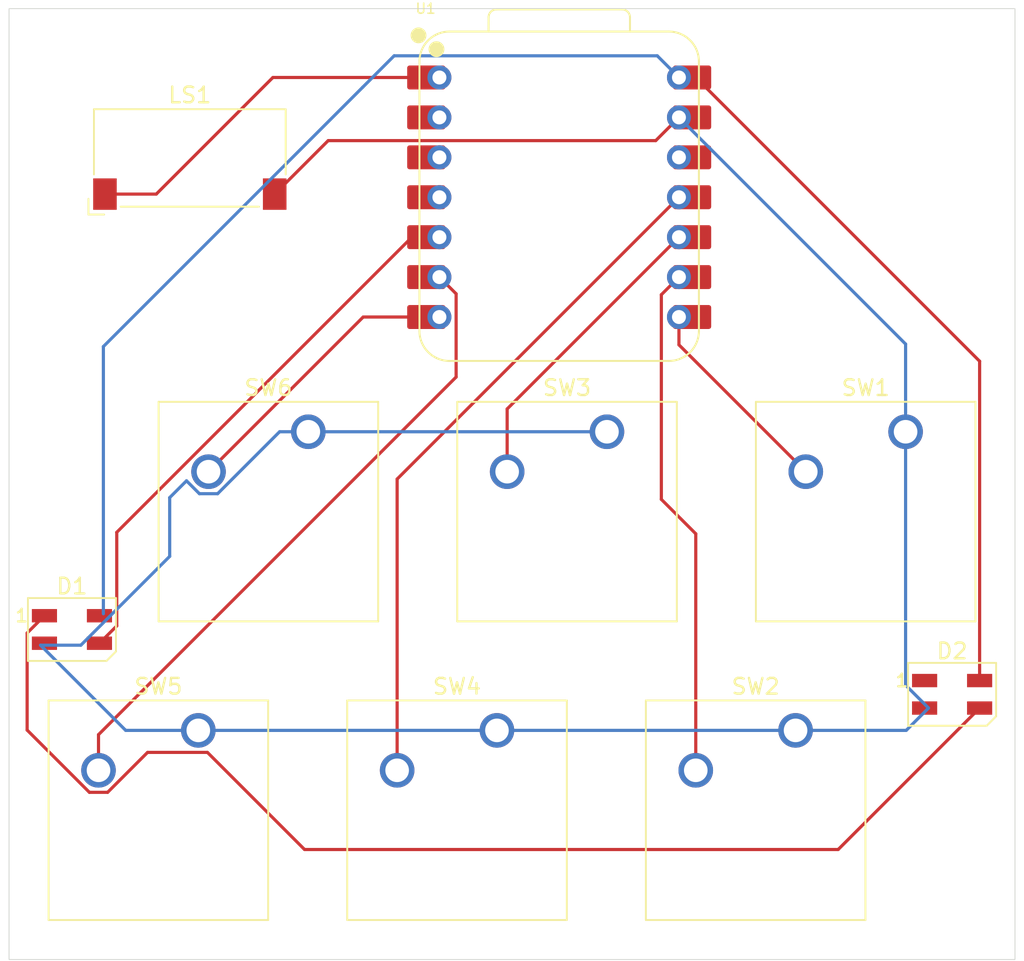
<source format=kicad_pcb>
(kicad_pcb (version 20241229) (generator "pcbnew") (generator_version "9.0")
  (layers (0 "F.Cu" signal) (2 "B.Cu" signal) (13 "F.Paste" user) (15 "B.Paste" user) (5 "F.SilkS" user "F.Silkscreen") (7 "B.SilkS" user "B.Silkscreen") (1 "F.Mask" user) (3 "B.Mask" user) (25 "Edge.Cuts" user))
  (net 0 "")
  (net 1 "+5V")
  (net 2 "LED")
  (net 3 "Net-(D1-DOUT)")
  (net 4 "GND")
  (net 6 "SW1")
  (net 7 "SW2")
  (net 8 "SW3")
  (net 9 "SW4")
  (net 10 "SW5")
  (net 11 "SW6")
  (net 15 "Net-(U1-GPIO26{slash}ADC0{slash}A0)")
  (footprint "Button_Switch_Keyboard:SW_Cherry_MX_1.00u_PCB" (layer "F.Cu") (at 143.04 70.92)
    (property "Reference" "SW3" (at -2.54 -2.794 0) (layer "F.SilkS"))
    (property "Value" "SW_Push")
    (fp_line (start -9.525 -1.905) (end 4.445 -1.905) (stroke (width 0.12)) (layer "F.SilkS"))
    (fp_line (start -9.525 12.065) (end -9.525 -1.905) (stroke (width 0.12)) (layer "F.SilkS"))
    (fp_line (start 4.445 -1.905) (end 4.445 12.065) (stroke (width 0.12)) (layer "F.SilkS"))
    (fp_line (start 4.445 12.065) (end -9.525 12.065) (stroke (width 0.12)) (layer "F.SilkS"))
    (pad "" np_thru_hole circle (at -7.62 5.08) (size 1.7 1.7) (drill 1.7) (layers "*.Cu" "*.Mask"))
    (pad "" np_thru_hole circle (at -2.54 5.08) (size 4 4) (drill 4) (layers "*.Cu" "*.Mask"))
    (pad "" np_thru_hole circle (at 2.54 5.08) (size 1.7 1.7) (drill 1.7) (layers "*.Cu" "*.Mask"))
    (pad "1" thru_hole circle (at 0 0) (size 2.2 2.2) (drill 1.5) (layers "*.Cu" "*.Mask") (net 4 "GND"))
    (pad "2" thru_hole circle (at -6.35 2.54) (size 2.2 2.2) (drill 1.5) (layers "*.Cu" "*.Mask") (net 8 "SW3"))
  )
  (footprint "Button_Switch_Keyboard:SW_Cherry_MX_1.00u_PCB" (layer "F.Cu") (at 136.04 89.92)
    (property "Reference" "SW4" (at -2.54 -2.794 0) (layer "F.SilkS"))
    (property "Value" "SW_Push")
    (fp_line (start -9.525 -1.905) (end 4.445 -1.905) (stroke (width 0.12)) (layer "F.SilkS"))
    (fp_line (start -9.525 12.065) (end -9.525 -1.905) (stroke (width 0.12)) (layer "F.SilkS"))
    (fp_line (start 4.445 -1.905) (end 4.445 12.065) (stroke (width 0.12)) (layer "F.SilkS"))
    (fp_line (start 4.445 12.065) (end -9.525 12.065) (stroke (width 0.12)) (layer "F.SilkS"))
    (pad "" np_thru_hole circle (at -7.62 5.08) (size 1.7 1.7) (drill 1.7) (layers "*.Cu" "*.Mask"))
    (pad "" np_thru_hole circle (at -2.54 5.08) (size 4 4) (drill 4) (layers "*.Cu" "*.Mask"))
    (pad "" np_thru_hole circle (at 2.54 5.08) (size 1.7 1.7) (drill 1.7) (layers "*.Cu" "*.Mask"))
    (pad "1" thru_hole circle (at 0 0) (size 2.2 2.2) (drill 1.5) (layers "*.Cu" "*.Mask") (net 4 "GND"))
    (pad "2" thru_hole circle (at -6.35 2.54) (size 2.2 2.2) (drill 1.5) (layers "*.Cu" "*.Mask") (net 9 "SW4"))
  )
  (footprint "Button_Switch_Keyboard:SW_Cherry_MX_1.00u_PCB" (layer "F.Cu") (at 124.04 70.92)
    (property "Reference" "SW6" (at -2.54 -2.794 0) (layer "F.SilkS"))
    (property "Value" "SW_Push")
    (fp_line (start -9.525 -1.905) (end 4.445 -1.905) (stroke (width 0.12)) (layer "F.SilkS"))
    (fp_line (start -9.525 12.065) (end -9.525 -1.905) (stroke (width 0.12)) (layer "F.SilkS"))
    (fp_line (start 4.445 -1.905) (end 4.445 12.065) (stroke (width 0.12)) (layer "F.SilkS"))
    (fp_line (start 4.445 12.065) (end -9.525 12.065) (stroke (width 0.12)) (layer "F.SilkS"))
    (pad "" np_thru_hole circle (at -7.62 5.08) (size 1.7 1.7) (drill 1.7) (layers "*.Cu" "*.Mask"))
    (pad "" np_thru_hole circle (at -2.54 5.08) (size 4 4) (drill 4) (layers "*.Cu" "*.Mask"))
    (pad "" np_thru_hole circle (at 2.54 5.08) (size 1.7 1.7) (drill 1.7) (layers "*.Cu" "*.Mask"))
    (pad "1" thru_hole circle (at 0 0) (size 2.2 2.2) (drill 1.5) (layers "*.Cu" "*.Mask") (net 4 "GND"))
    (pad "2" thru_hole circle (at -6.35 2.54) (size 2.2 2.2) (drill 1.5) (layers "*.Cu" "*.Mask") (net 11 "SW6"))
  )
  (footprint "Button_Switch_Keyboard:SW_Cherry_MX_1.00u_PCB" (layer "F.Cu") (at 117.04 89.92)
    (property "Reference" "SW5" (at -2.54 -2.794 0) (layer "F.SilkS"))
    (property "Value" "SW_Push")
    (fp_line (start -9.525 -1.905) (end 4.445 -1.905) (stroke (width 0.12)) (layer "F.SilkS"))
    (fp_line (start -9.525 12.065) (end -9.525 -1.905) (stroke (width 0.12)) (layer "F.SilkS"))
    (fp_line (start 4.445 -1.905) (end 4.445 12.065) (stroke (width 0.12)) (layer "F.SilkS"))
    (fp_line (start 4.445 12.065) (end -9.525 12.065) (stroke (width 0.12)) (layer "F.SilkS"))
    (pad "" np_thru_hole circle (at -7.62 5.08) (size 1.7 1.7) (drill 1.7) (layers "*.Cu" "*.Mask"))
    (pad "" np_thru_hole circle (at -2.54 5.08) (size 4 4) (drill 4) (layers "*.Cu" "*.Mask"))
    (pad "" np_thru_hole circle (at 2.54 5.08) (size 1.7 1.7) (drill 1.7) (layers "*.Cu" "*.Mask"))
    (pad "1" thru_hole circle (at 0 0) (size 2.2 2.2) (drill 1.5) (layers "*.Cu" "*.Mask") (net 4 "GND"))
    (pad "2" thru_hole circle (at -6.35 2.54) (size 2.2 2.2) (drill 1.5) (layers "*.Cu" "*.Mask") (net 10 "SW5"))
  )
  (footprint "Seeed Studio XIAO Series Library:XIAO-RP2040-DIP" (layer "F.Cu") (at 140 56)
    (property "Reference" "U1" (at -8.5 -12 0) (layer "F.SilkS") (effects (font (size 0.635 0.635) (thickness 0.1016))))
    (property "Value" "XIAO-RP2040-DIP")
    (fp_line (start -8.89 8.509) (end -8.89 -8.636) (stroke (width 0.127)) (layer "F.SilkS"))
    (fp_line (start -6.985 10.414) (end 6.985 10.414) (stroke (width 0.127)) (layer "F.SilkS"))
    (fp_line (start -4.495 -10.541) (end -4.491272 -11.451272) (stroke (width 0.127)) (layer "F.SilkS"))
    (fp_line (start -3.991272 -11.951) (end 4.004 -11.951) (stroke (width 0.127)) (layer "F.SilkS"))
    (fp_line (start 4.504 -11.451) (end 4.504 -10.541) (stroke (width 0.127)) (layer "F.SilkS"))
    (fp_line (start 6.985 -10.541) (end -6.985 -10.541) (stroke (width 0.1)) (layer "F.SilkS"))
    (fp_line (start 6.985 -10.541) (end -6.985 -10.541) (stroke (width 0.127)) (layer "F.SilkS"))
    (fp_line (start 8.89 8.509) (end 8.89 -8.636) (stroke (width 0.127)) (layer "F.SilkS"))
    (fp_arc (start -8.89 -8.636) (mid -8.332038 -9.983038) (end -6.985 -10.541) (stroke (width 0.127)) (layer "F.SilkS"))
    (fp_arc (start -6.985 10.414) (mid -8.332038 9.856038) (end -8.89 8.509) (stroke (width 0.127)) (layer "F.SilkS"))
    (fp_arc (start -4.491272 -11.451272) (mid -4.344728 -11.80464) (end -3.991272 -11.951) (stroke (width 0.127)) (layer "F.SilkS"))
    (fp_arc (start 4.004 -11.951) (mid 4.357553 -11.804553) (end 4.504 -11.451) (stroke (width 0.127)) (layer "F.SilkS"))
    (fp_arc (start 6.985 -10.541) (mid 8.332038 -9.983038) (end 8.89 -8.636) (stroke (width 0.127)) (layer "F.SilkS"))
    (fp_arc (start 8.89 8.509) (mid 8.332038 9.856038) (end 6.985 10.414) (stroke (width 0.127)) (layer "F.SilkS"))
    (fp_circle (center -8.95 -10.3) (end -8.95 -10.554) (stroke (width 0.5)) (fill yes) (layer "F.SilkS"))
    (fp_circle (center -7.807 -9.42) (end -7.807 -9.674) (stroke (width 0.5)) (fill yes) (layer "F.SilkS"))
    (pad "1" smd roundrect (at -8.455 -7.62 180) (size 2.432 1.524) (layers "F.Cu" "F.Mask") (roundrect_rratio 0.1) (net 15 "Net-(U1-GPIO26{slash}ADC0{slash}A0)"))
    (pad "1" thru_hole circle (at -7.62 -7.62 180) (size 1.524 1.524) (drill 0.889) (layers "*.Cu" "*.Mask") (net 15 "Net-(U1-GPIO26{slash}ADC0{slash}A0)"))
    (pad "2" smd roundrect (at -8.455 -5.08 180) (size 2.432 1.524) (layers "F.Cu" "F.Mask") (roundrect_rratio 0.1))
    (pad "2" thru_hole circle (at -7.62 -5.08 180) (size 1.524 1.524) (drill 0.889) (layers "*.Cu" "*.Mask"))
    (pad "3" smd roundrect (at -8.455 -2.54 180) (size 2.432 1.524) (layers "F.Cu" "F.Mask") (roundrect_rratio 0.1))
    (pad "3" thru_hole circle (at -7.62 -2.54 180) (size 1.524 1.524) (drill 0.889) (layers "*.Cu" "*.Mask"))
    (pad "4" smd roundrect (at -8.455 0 180) (size 2.432 1.524) (layers "F.Cu" "F.Mask") (roundrect_rratio 0.1))
    (pad "4" thru_hole circle (at -7.62 0 180) (size 1.524 1.524) (drill 0.889) (layers "*.Cu" "*.Mask"))
    (pad "5" smd roundrect (at -8.455 2.54 180) (size 2.432 1.524) (layers "F.Cu" "F.Mask") (roundrect_rratio 0.1) (net 2 "LED"))
    (pad "5" thru_hole circle (at -7.62 2.54 180) (size 1.524 1.524) (drill 0.889) (layers "*.Cu" "*.Mask") (net 2 "LED"))
    (pad "6" smd roundrect (at -8.455 5.08 180) (size 2.432 1.524) (layers "F.Cu" "F.Mask") (roundrect_rratio 0.1) (net 10 "SW5"))
    (pad "6" thru_hole circle (at -7.62 5.08 180) (size 1.524 1.524) (drill 0.889) (layers "*.Cu" "*.Mask") (net 10 "SW5"))
    (pad "7" smd roundrect (at -8.455 7.62 180) (size 2.432 1.524) (layers "F.Cu" "F.Mask") (roundrect_rratio 0.1) (net 11 "SW6"))
    (pad "7" thru_hole circle (at -7.62 7.62 180) (size 1.524 1.524) (drill 0.889) (layers "*.Cu" "*.Mask") (net 11 "SW6"))
    (pad "8" thru_hole circle (at 7.62 7.62) (size 1.524 1.524) (drill 0.889) (layers "*.Cu" "*.Mask") (net 6 "SW1"))
    (pad "8" smd roundrect (at 8.455 7.62) (size 2.432 1.524) (layers "F.Cu" "F.Mask") (roundrect_rratio 0.1) (net 6 "SW1"))
    (pad "9" thru_hole circle (at 7.62 5.08) (size 1.524 1.524) (drill 0.889) (layers "*.Cu" "*.Mask") (net 7 "SW2"))
    (pad "9" smd roundrect (at 8.455 5.08) (size 2.432 1.524) (layers "F.Cu" "F.Mask") (roundrect_rratio 0.1) (net 7 "SW2"))
    (pad "10" thru_hole circle (at 7.62 2.54) (size 1.524 1.524) (drill 0.889) (layers "*.Cu" "*.Mask") (net 8 "SW3"))
    (pad "10" smd roundrect (at 8.455 2.54) (size 2.432 1.524) (layers "F.Cu" "F.Mask") (roundrect_rratio 0.1) (net 8 "SW3"))
    (pad "11" thru_hole circle (at 7.62 0) (size 1.524 1.524) (drill 0.889) (layers "*.Cu" "*.Mask") (net 9 "SW4"))
    (pad "11" smd roundrect (at 8.455 0) (size 2.432 1.524) (layers "F.Cu" "F.Mask") (roundrect_rratio 0.1) (net 9 "SW4"))
    (pad "12" thru_hole circle (at 7.62 -2.54) (size 1.524 1.524) (drill 0.889) (layers "*.Cu" "*.Mask"))
    (pad "12" smd roundrect (at 8.455 -2.54) (size 2.432 1.524) (layers "F.Cu" "F.Mask") (roundrect_rratio 0.1))
    (pad "13" thru_hole circle (at 7.62 -5.08) (size 1.524 1.524) (drill 0.889) (layers "*.Cu" "*.Mask") (net 4 "GND"))
    (pad "13" smd roundrect (at 8.455 -5.08) (size 2.432 1.524) (layers "F.Cu" "F.Mask") (roundrect_rratio 0.1) (net 4 "GND"))
    (pad "14" thru_hole circle (at 7.62 -7.62) (size 1.524 1.524) (drill 0.889) (layers "*.Cu" "*.Mask") (net 1 "+5V"))
    (pad "14" smd roundrect (at 8.455 -7.62) (size 2.432 1.524) (layers "F.Cu" "F.Mask") (roundrect_rratio 0.1) (net 1 "+5V"))
  )
  (footprint "Button_Switch_Keyboard:SW_Cherry_MX_1.00u_PCB" (layer "F.Cu") (at 162.04 70.92)
    (property "Reference" "SW1" (at -2.54 -2.794 0) (layer "F.SilkS"))
    (property "Value" "SW_Push")
    (fp_line (start -9.525 -1.905) (end 4.445 -1.905) (stroke (width 0.12)) (layer "F.SilkS"))
    (fp_line (start -9.525 12.065) (end -9.525 -1.905) (stroke (width 0.12)) (layer "F.SilkS"))
    (fp_line (start 4.445 -1.905) (end 4.445 12.065) (stroke (width 0.12)) (layer "F.SilkS"))
    (fp_line (start 4.445 12.065) (end -9.525 12.065) (stroke (width 0.12)) (layer "F.SilkS"))
    (pad "" np_thru_hole circle (at -7.62 5.08) (size 1.7 1.7) (drill 1.7) (layers "*.Cu" "*.Mask"))
    (pad "" np_thru_hole circle (at -2.54 5.08) (size 4 4) (drill 4) (layers "*.Cu" "*.Mask"))
    (pad "" np_thru_hole circle (at 2.54 5.08) (size 1.7 1.7) (drill 1.7) (layers "*.Cu" "*.Mask"))
    (pad "1" thru_hole circle (at 0 0) (size 2.2 2.2) (drill 1.5) (layers "*.Cu" "*.Mask") (net 4 "GND"))
    (pad "2" thru_hole circle (at -6.35 2.54) (size 2.2 2.2) (drill 1.5) (layers "*.Cu" "*.Mask") (net 6 "SW1"))
  )
  (footprint "LED_SMD:LED_SK6812MINI_PLCC4_3.5x3.5mm_P1.75mm" (layer "F.Cu") (at 165 87.625)
    (property "Reference" "D2" (at 0 -2.75 0) (layer "F.SilkS"))
    (property "Value" "SK6812MINI")
    (fp_line (start -2.8 -2) (end -2.8 2) (stroke (width 0.12)) (layer "F.SilkS"))
    (fp_line (start -2.8 -2) (end 2.8 -2) (stroke (width 0.12)) (layer "F.SilkS"))
    (fp_line (start -2.8 2) (end 2.2 2) (stroke (width 0.12)) (layer "F.SilkS"))
    (fp_line (start 2.8 1.4) (end 2.2 2) (stroke (width 0.12)) (layer "F.SilkS"))
    (fp_line (start 2.8 1.4) (end 2.8 -2) (stroke (width 0.12)) (layer "F.SilkS"))
    (fp_text user "1" (at -3.2 -0.875 0) (layer "F.SilkS") (effects (font (size 0.8 0.8))))
    (pad "1" smd rect (at -1.75 -0.875) (size 1.6 0.85) (layers "F.Cu" "F.Mask" "F.Paste"))
    (pad "2" smd rect (at -1.75 0.875) (size 1.6 0.85) (layers "F.Cu" "F.Mask" "F.Paste") (net 4 "GND"))
    (pad "3" smd rect (at 1.75 0.875) (size 1.6 0.85) (layers "F.Cu" "F.Mask" "F.Paste") (net 3 "Net-(D1-DOUT)"))
    (pad "4" smd rect (at 1.75 -0.875) (size 1.6 0.85) (layers "F.Cu" "F.Mask" "F.Paste") (net 1 "+5V"))
  )
  (footprint "Button_Switch_Keyboard:SW_Cherry_MX_1.00u_PCB" (layer "F.Cu") (at 155.04 89.92)
    (property "Reference" "SW2" (at -2.54 -2.794 0) (layer "F.SilkS"))
    (property "Value" "SW_Push")
    (fp_line (start -9.525 -1.905) (end 4.445 -1.905) (stroke (width 0.12)) (layer "F.SilkS"))
    (fp_line (start -9.525 12.065) (end -9.525 -1.905) (stroke (width 0.12)) (layer "F.SilkS"))
    (fp_line (start 4.445 -1.905) (end 4.445 12.065) (stroke (width 0.12)) (layer "F.SilkS"))
    (fp_line (start 4.445 12.065) (end -9.525 12.065) (stroke (width 0.12)) (layer "F.SilkS"))
    (pad "" np_thru_hole circle (at -7.62 5.08) (size 1.7 1.7) (drill 1.7) (layers "*.Cu" "*.Mask"))
    (pad "" np_thru_hole circle (at -2.54 5.08) (size 4 4) (drill 4) (layers "*.Cu" "*.Mask"))
    (pad "" np_thru_hole circle (at 2.54 5.08) (size 1.7 1.7) (drill 1.7) (layers "*.Cu" "*.Mask"))
    (pad "1" thru_hole circle (at 0 0) (size 2.2 2.2) (drill 1.5) (layers "*.Cu" "*.Mask") (net 4 "GND"))
    (pad "2" thru_hole circle (at -6.35 2.54) (size 2.2 2.2) (drill 1.5) (layers "*.Cu" "*.Mask") (net 7 "SW2"))
  )
  (footprint "LED_SMD:LED_SK6812MINI_PLCC4_3.5x3.5mm_P1.75mm" (layer "F.Cu") (at 109 83.5)
    (property "Reference" "D1" (at 0 -2.75 0) (layer "F.SilkS"))
    (property "Value" "SK6812MINI")
    (fp_line (start -2.8 -2) (end -2.8 2) (stroke (width 0.12)) (layer "F.SilkS"))
    (fp_line (start -2.8 -2) (end 2.8 -2) (stroke (width 0.12)) (layer "F.SilkS"))
    (fp_line (start -2.8 2) (end 2.2 2) (stroke (width 0.12)) (layer "F.SilkS"))
    (fp_line (start 2.8 1.4) (end 2.2 2) (stroke (width 0.12)) (layer "F.SilkS"))
    (fp_line (start 2.8 1.4) (end 2.8 -2) (stroke (width 0.12)) (layer "F.SilkS"))
    (fp_text user "1" (at -3.2 -0.875 0) (layer "F.SilkS") (effects (font (size 0.8 0.8))))
    (pad "1" smd rect (at -1.75 -0.875) (size 1.6 0.85) (layers "F.Cu" "F.Mask" "F.Paste") (net 3 "Net-(D1-DOUT)"))
    (pad "2" smd rect (at -1.75 0.875) (size 1.6 0.85) (layers "F.Cu" "F.Mask" "F.Paste") (net 4 "GND"))
    (pad "3" smd rect (at 1.75 0.875) (size 1.6 0.85) (layers "F.Cu" "F.Mask" "F.Paste") (net 2 "LED"))
    (pad "4" smd rect (at 1.75 -0.875) (size 1.6 0.85) (layers "F.Cu" "F.Mask" "F.Paste") (net 1 "+5V"))
  )
  (footprint "Buzzer_Beeper:Speaker_CUI_CMR-1206S-67" (layer "F.Cu") (at 116.5 53.5)
    (property "Reference" "LS1" (at 0 -4 0) (layer "F.SilkS"))
    (property "Value" "Speaker")
    (fp_line (start -6.45 2.6) (end -6.45 3.6) (stroke (width 0.12)) (layer "F.SilkS"))
    (fp_line (start -6.45 3.6) (end -5.45 3.6) (stroke (width 0.12)) (layer "F.SilkS"))
    (fp_line (start -6.1 -3.1) (end 6.1 -3.1) (stroke (width 0.12)) (layer "F.SilkS"))
    (fp_line (start -6.1 1.05) (end -6.1 -3.1) (stroke (width 0.12)) (layer "F.SilkS"))
    (fp_line (start 4.4 3.1) (end -4.4 3.1) (stroke (width 0.12)) (layer "F.SilkS"))
    (fp_line (start 6.1 -3.1) (end 6.1 1.05) (stroke (width 0.12)) (layer "F.SilkS"))
    (pad "1" smd rect (at -5.4 2.3 180) (size 1.5 2) (layers "F.Cu" "F.Mask") (net 15 "Net-(U1-GPIO26{slash}ADC0{slash}A0)"))
    (pad "2" smd rect (at 5.4 2.3 180) (size 1.5 2) (layers "F.Cu" "F.Mask") (net 4 "GND"))
  )
  (gr_rect (start 105 44) (end 169 104.5) (stroke (width 0.05)) (fill no) (layer "Edge.Cuts"))
  (segment (start 148.69763 48.38) (end 166.75 66.43237) (width 0.2) (layer "F.Cu") (net 1))
  (segment (start 166.75 66.43237) (end 166.75 86.75) (width 0.2) (layer "F.Cu") (net 1))
  (segment (start 147.62 48.38) (end 148.69763 48.38) (width 0.2) (layer "F.Cu") (net 1))
  (segment (start 111 65.5) (end 111 82.5) (width 0.2) (layer "B.Cu") (net 1))
  (segment (start 127.5 49) (end 111 65.5) (width 0.2) (layer "B.Cu") (net 1))
  (segment (start 147.62 48.38) (end 146.24 47) (width 0.2) (layer "B.Cu") (net 1))
  (segment (start 146.24 47) (end 129.5 47) (width 0.2) (layer "B.Cu") (net 1))
  (segment (start 129.5 47) (end 127.5 49) (width 0.2) (layer "B.Cu") (net 1))
  (segment (start 130.628686 58.54) (end 111.851 77.317686) (width 0.2) (layer "F.Cu") (net 2))
  (segment (start 132.38 58.54) (end 130.628686 58.54) (width 0.2) (layer "F.Cu") (net 2))
  (segment (start 111.851 83.274) (end 110.75 84.375) (width 0.2) (layer "F.Cu") (net 2))
  (segment (start 111.851 77.317686) (end 111.851 83.274) (width 0.2) (layer "F.Cu") (net 2))
  (segment (start 123.799314 97.5) (end 117.620314 91.321) (width 0.2) (layer "F.Cu") (net 3))
  (segment (start 106.149 89.900314) (end 106.149 83.726) (width 0.2) (layer "F.Cu") (net 3))
  (segment (start 110.109686 93.861) (end 106.149 89.900314) (width 0.2) (layer "F.Cu") (net 3))
  (segment (start 117.620314 91.321) (end 113.810314 91.321) (width 0.2) (layer "F.Cu") (net 3))
  (segment (start 113.810314 91.321) (end 111.270314 93.861) (width 0.2) (layer "F.Cu") (net 3))
  (segment (start 106.149 83.726) (end 107.25 82.625) (width 0.2) (layer "F.Cu") (net 3))
  (segment (start 157.75 97.5) (end 123.799314 97.5) (width 0.2) (layer "F.Cu") (net 3))
  (segment (start 166.75 88.5) (end 157.75 97.5) (width 0.2) (layer "F.Cu") (net 3))
  (segment (start 111.270314 93.861) (end 110.109686 93.861) (width 0.2) (layer "F.Cu") (net 3))
  (segment (start 146.143 52.397) (end 147.62 50.92) (width 0.2) (layer "F.Cu") (net 4))
  (segment (start 125.303 52.397) (end 146.143 52.397) (width 0.2) (layer "F.Cu") (net 4))
  (segment (start 121.9 55.8) (end 125.303 52.397) (width 0.2) (layer "F.Cu") (net 4))
  (segment (start 109.5671 84.5) (end 115.219 78.8481) (width 0.2) (layer "B.Cu") (net 4))
  (segment (start 147.62 50.92) (end 162.04 65.34) (width 0.2) (layer "B.Cu") (net 4))
  (segment (start 122.211314 70.92) (end 124.04 70.92) (width 0.2) (layer "B.Cu") (net 4))
  (segment (start 116.289 74.040314) (end 117.109686 74.861) (width 0.2) (layer "B.Cu") (net 4))
  (segment (start 162.04 70.92) (end 162.04 87.04) (width 0.2) (layer "B.Cu") (net 4))
  (segment (start 115.219 75.110314) (end 116.289 74.040314) (width 0.2) (layer "B.Cu") (net 4))
  (segment (start 115.219 78.8481) (end 115.219 75.110314) (width 0.2) (layer "B.Cu") (net 4))
  (segment (start 124.04 70.92) (end 143.04 70.92) (width 0.2) (layer "B.Cu") (net 4))
  (segment (start 155.04 89.92) (end 136.04 89.92) (width 0.2) (layer "B.Cu") (net 4))
  (segment (start 118.270314 74.861) (end 122.211314 70.92) (width 0.2) (layer "B.Cu") (net 4))
  (segment (start 162.04 65.34) (end 162.04 70.92) (width 0.2) (layer "B.Cu") (net 4))
  (segment (start 162.04 87.04) (end 163.5 88.5) (width 0.2) (layer "B.Cu") (net 4))
  (segment (start 117.04 89.92) (end 112.42 89.92) (width 0.2) (layer "B.Cu") (net 4))
  (segment (start 112.42 89.92) (end 107 84.5) (width 0.2) (layer "B.Cu") (net 4))
  (segment (start 162.08 89.92) (end 155.04 89.92) (width 0.2) (layer "B.Cu") (net 4))
  (segment (start 163.5 88.5) (end 162.08 89.92) (width 0.2) (layer "B.Cu") (net 4))
  (segment (start 107 84.5) (end 109.5671 84.5) (width 0.2) (layer "B.Cu") (net 4))
  (segment (start 136.04 89.92) (end 117.04 89.92) (width 0.2) (layer "B.Cu") (net 4))
  (segment (start 117.109686 74.861) (end 118.270314 74.861) (width 0.2) (layer "B.Cu") (net 4))
  (segment (start 147.62 65.39) (end 155.69 73.46) (width 0.2) (layer "F.Cu") (net 6))
  (segment (start 147.62 63.62) (end 147.62 65.39) (width 0.2) (layer "F.Cu") (net 6))
  (segment (start 146.5 62.2) (end 146.5 75.22153) (width 0.2) (layer "F.Cu") (net 7))
  (segment (start 148.69 77.41153) (end 148.69 92.46) (width 0.2) (layer "F.Cu") (net 7))
  (segment (start 146.5 75.22153) (end 148.69 77.41153) (width 0.2) (layer "F.Cu") (net 7))
  (segment (start 147.62 61.08) (end 146.5 62.2) (width 0.2) (layer "F.Cu") (net 7))
  (segment (start 147.62 58.54) (end 136.69 69.47) (width 0.2) (layer "F.Cu") (net 8))
  (segment (start 136.69 69.47) (end 136.69 73.46) (width 0.2) (layer "F.Cu") (net 8))
  (segment (start 129.69 73.93) (end 129.69 92.46) (width 0.2) (layer "F.Cu") (net 9))
  (segment (start 147.62 56) (end 129.69 73.93) (width 0.2) (layer "F.Cu") (net 9))
  (segment (start 110.69 90.19153) (end 110.69 92.46) (width 0.2) (layer "F.Cu") (net 10))
  (segment (start 132.38 61.08) (end 133.443 62.143) (width 0.2) (layer "F.Cu") (net 10))
  (segment (start 133.443 67.43853) (end 110.69 90.19153) (width 0.2) (layer "F.Cu") (net 10))
  (segment (start 133.443 62.143) (end 133.443 67.43853) (width 0.2) (layer "F.Cu") (net 10))
  (segment (start 127.53 63.62) (end 131.545 63.62) (width 0.2) (layer "F.Cu") (net 11))
  (segment (start 117.69 73.46) (end 127.53 63.62) (width 0.2) (layer "F.Cu") (net 11))
  (segment (start 121.785 48.38) (end 132.38 48.38) (width 0.2) (layer "F.Cu") (net 15))
  (segment (start 114.365 55.8) (end 111.1 55.8) (width 0.2) (layer "F.Cu") (net 15))
  (segment (start 121.785 48.38) (end 114.365 55.8) (width 0.2) (layer "F.Cu") (net 15))
)
</source>
